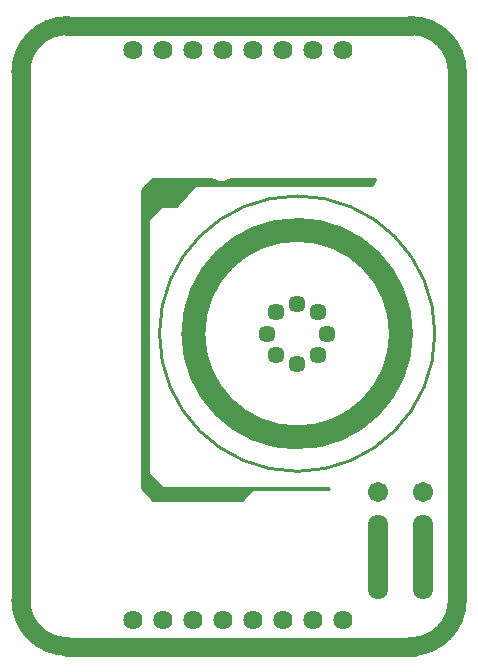
<source format=gbr>
G04 #@! TF.GenerationSoftware,KiCad,Pcbnew,(5.1.12)-1*
G04 #@! TF.CreationDate,2022-03-03T10:00:03+01:00*
G04 #@! TF.ProjectId,10V-DLTZ,3130562d-444c-4545-9a2e-6b696361645f,rev?*
G04 #@! TF.SameCoordinates,Original*
G04 #@! TF.FileFunction,Soldermask,Bot*
G04 #@! TF.FilePolarity,Negative*
%FSLAX46Y46*%
G04 Gerber Fmt 4.6, Leading zero omitted, Abs format (unit mm)*
G04 Created by KiCad (PCBNEW (5.1.12)-1) date 2022-03-03 10:00:03*
%MOMM*%
%LPD*%
G01*
G04 APERTURE LIST*
%ADD10C,0.250000*%
%ADD11C,1.600000*%
%ADD12C,2.000000*%
%ADD13C,1.452000*%
%ADD14O,1.702000X7.202000*%
%ADD15C,1.702000*%
%ADD16C,1.626000*%
%ADD17C,0.254000*%
%ADD18C,0.100000*%
G04 APERTURE END LIST*
D10*
X108331249Y-150799800D02*
G75*
G03*
X108331249Y-150799800I-11658849J0D01*
G01*
D11*
X106299000Y-124714000D02*
X77216000Y-124714000D01*
X77216000Y-177292000D02*
G75*
G02*
X73279000Y-173355000I0J3937000D01*
G01*
D12*
X105465240Y-150799800D02*
G75*
G03*
X105465240Y-150799800I-8792840J0D01*
G01*
D11*
X106299000Y-124714000D02*
G75*
G02*
X110236000Y-128651000I0J-3937000D01*
G01*
X110236000Y-173355000D02*
G75*
G02*
X106299000Y-177292000I-3937000J0D01*
G01*
X73279000Y-173355000D02*
X73279000Y-128651000D01*
X106553000Y-177292000D02*
X77216000Y-177292000D01*
X110236000Y-173228000D02*
X110236000Y-128651000D01*
X73279000Y-128651000D02*
G75*
G02*
X77216000Y-124714000I3937000J0D01*
G01*
D10*
X108331249Y-150799800D02*
G75*
G03*
X108331249Y-150799800I-11658849J0D01*
G01*
D11*
X106299000Y-124714000D02*
X77216000Y-124714000D01*
X77216000Y-177292000D02*
G75*
G02*
X73279000Y-173355000I0J3937000D01*
G01*
D12*
X105465240Y-150799800D02*
G75*
G03*
X105465240Y-150799800I-8792840J0D01*
G01*
D11*
X106299000Y-124714000D02*
G75*
G02*
X110236000Y-128651000I0J-3937000D01*
G01*
X110236000Y-173355000D02*
G75*
G02*
X106299000Y-177292000I-3937000J0D01*
G01*
X73279000Y-173355000D02*
X73279000Y-128651000D01*
X106553000Y-177292000D02*
X77216000Y-177292000D01*
X110236000Y-173228000D02*
X110236000Y-128651000D01*
X73279000Y-128651000D02*
G75*
G02*
X77216000Y-124714000I3937000J0D01*
G01*
D13*
X94132400Y-150799800D03*
X99212400Y-150799800D03*
X96672400Y-148259800D03*
X96672400Y-153339800D03*
X98468400Y-152595800D03*
X94876400Y-152595800D03*
X94876400Y-149003800D03*
X98468400Y-149003800D03*
D14*
X107315000Y-169711000D03*
D15*
X107315000Y-164211000D03*
D14*
X103505000Y-169711000D03*
D15*
X103505000Y-164211000D03*
D16*
X82804000Y-126746000D03*
X85344000Y-126746000D03*
X87884000Y-126746000D03*
X90424000Y-126746000D03*
X92964000Y-126746000D03*
X95504000Y-126746000D03*
X98044000Y-126746000D03*
X100584000Y-126746000D03*
X82804000Y-175006000D03*
X85344000Y-175006000D03*
X87884000Y-175006000D03*
X90424000Y-175006000D03*
X92964000Y-175006000D03*
X95504000Y-175006000D03*
X98044000Y-175006000D03*
X100584000Y-175006000D03*
D17*
X89859204Y-137908592D02*
X89882456Y-137917490D01*
X89916000Y-137922000D01*
X90551000Y-137922000D01*
X90575776Y-137919560D01*
X90607796Y-137908592D01*
X91088980Y-137668000D01*
X103299510Y-137668000D01*
X103045510Y-138176000D01*
X88138000Y-138176000D01*
X88113224Y-138178440D01*
X88089399Y-138185667D01*
X88067443Y-138197403D01*
X88044935Y-138216583D01*
X86431619Y-139954000D01*
X85217000Y-139954000D01*
X85192224Y-139956440D01*
X85168399Y-139963667D01*
X85146443Y-139975403D01*
X85127197Y-139991197D01*
X84111197Y-141007197D01*
X84095403Y-141026443D01*
X84083667Y-141048399D01*
X84076440Y-141072224D01*
X84074000Y-141097000D01*
X84074000Y-162687000D01*
X84076440Y-162711776D01*
X84083667Y-162735601D01*
X84095403Y-162757557D01*
X84111197Y-162776803D01*
X85127197Y-163792803D01*
X85146443Y-163808597D01*
X85168399Y-163820333D01*
X85192224Y-163827560D01*
X85217000Y-163830000D01*
X99246032Y-163830000D01*
X99330699Y-163957000D01*
X92964000Y-163957000D01*
X92939224Y-163959440D01*
X92915399Y-163966667D01*
X92893443Y-163978403D01*
X92874197Y-163994197D01*
X92022394Y-164846000D01*
X84507606Y-164846000D01*
X83566000Y-163904394D01*
X83566000Y-138609606D01*
X84507606Y-137668000D01*
X89378020Y-137668000D01*
X89859204Y-137908592D01*
D18*
G36*
X89859204Y-137908592D02*
G01*
X89882456Y-137917490D01*
X89916000Y-137922000D01*
X90551000Y-137922000D01*
X90575776Y-137919560D01*
X90607796Y-137908592D01*
X91088980Y-137668000D01*
X103299510Y-137668000D01*
X103045510Y-138176000D01*
X88138000Y-138176000D01*
X88113224Y-138178440D01*
X88089399Y-138185667D01*
X88067443Y-138197403D01*
X88044935Y-138216583D01*
X86431619Y-139954000D01*
X85217000Y-139954000D01*
X85192224Y-139956440D01*
X85168399Y-139963667D01*
X85146443Y-139975403D01*
X85127197Y-139991197D01*
X84111197Y-141007197D01*
X84095403Y-141026443D01*
X84083667Y-141048399D01*
X84076440Y-141072224D01*
X84074000Y-141097000D01*
X84074000Y-162687000D01*
X84076440Y-162711776D01*
X84083667Y-162735601D01*
X84095403Y-162757557D01*
X84111197Y-162776803D01*
X85127197Y-163792803D01*
X85146443Y-163808597D01*
X85168399Y-163820333D01*
X85192224Y-163827560D01*
X85217000Y-163830000D01*
X99246032Y-163830000D01*
X99330699Y-163957000D01*
X92964000Y-163957000D01*
X92939224Y-163959440D01*
X92915399Y-163966667D01*
X92893443Y-163978403D01*
X92874197Y-163994197D01*
X92022394Y-164846000D01*
X84507606Y-164846000D01*
X83566000Y-163904394D01*
X83566000Y-138609606D01*
X84507606Y-137668000D01*
X89378020Y-137668000D01*
X89859204Y-137908592D01*
G37*
M02*

</source>
